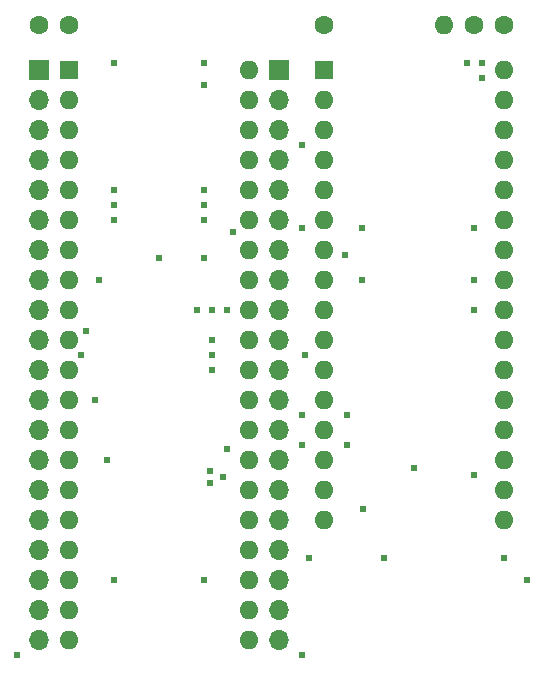
<source format=gts>
G04 #@! TF.GenerationSoftware,KiCad,Pcbnew,7.0.2-0*
G04 #@! TF.CreationDate,2023-04-20T01:12:48+09:00*
G04 #@! TF.ProjectId,MEZ6809RAMI,4d455a36-3830-4395-9241-4d492e6b6963,A*
G04 #@! TF.SameCoordinates,PX5f5e100PY8f0d180*
G04 #@! TF.FileFunction,Soldermask,Top*
G04 #@! TF.FilePolarity,Negative*
%FSLAX46Y46*%
G04 Gerber Fmt 4.6, Leading zero omitted, Abs format (unit mm)*
G04 Created by KiCad (PCBNEW 7.0.2-0) date 2023-04-20 01:12:48*
%MOMM*%
%LPD*%
G01*
G04 APERTURE LIST*
%ADD10C,1.600000*%
%ADD11R,1.600000X1.600000*%
%ADD12O,1.600000X1.600000*%
%ADD13R,1.700000X1.700000*%
%ADD14O,1.700000X1.700000*%
%ADD15C,0.605000*%
G04 APERTURE END LIST*
D10*
X6332500Y55245000D03*
X3832500Y55245000D03*
D11*
X6347500Y51435000D03*
D12*
X6347500Y48895000D03*
X6347500Y46355000D03*
X6347500Y43815000D03*
X6347500Y41275000D03*
X6347500Y38735000D03*
X6347500Y36195000D03*
X6347500Y33655000D03*
X6347500Y31115000D03*
X6347500Y28575000D03*
X6347500Y26035000D03*
X6347500Y23495000D03*
X6347500Y20955000D03*
X6347500Y18415000D03*
X6347500Y15875000D03*
X6347500Y13335000D03*
X6347500Y10795000D03*
X6347500Y8255000D03*
X6347500Y5715000D03*
X6347500Y3175000D03*
X21587500Y3175000D03*
X21587500Y5715000D03*
X21587500Y8255000D03*
X21587500Y10795000D03*
X21587500Y13335000D03*
X21587500Y15875000D03*
X21587500Y18415000D03*
X21587500Y20955000D03*
X21587500Y23495000D03*
X21587500Y26035000D03*
X21587500Y28575000D03*
X21587500Y31115000D03*
X21587500Y33655000D03*
X21587500Y36195000D03*
X21587500Y38735000D03*
X21587500Y41275000D03*
X21587500Y43815000D03*
X21587500Y46355000D03*
X21587500Y48895000D03*
X21587500Y51435000D03*
D10*
X27940000Y55245000D03*
D12*
X38100000Y55245000D03*
D10*
X40662500Y55245000D03*
X43162500Y55245000D03*
D11*
X27937500Y51440000D03*
D12*
X27937500Y48900000D03*
X27937500Y46360000D03*
X27937500Y43820000D03*
X27937500Y41280000D03*
X27937500Y38740000D03*
X27937500Y36200000D03*
X27937500Y33660000D03*
X27937500Y31120000D03*
X27937500Y28580000D03*
X27937500Y26040000D03*
X27937500Y23500000D03*
X27937500Y20960000D03*
X27937500Y18420000D03*
X27937500Y15880000D03*
X27937500Y13340000D03*
X43177500Y13340000D03*
X43177500Y15880000D03*
X43177500Y18420000D03*
X43177500Y20960000D03*
X43177500Y23500000D03*
X43177500Y26040000D03*
X43177500Y28580000D03*
X43177500Y31120000D03*
X43177500Y33660000D03*
X43177500Y36200000D03*
X43177500Y38740000D03*
X43177500Y41280000D03*
X43177500Y43820000D03*
X43177500Y46360000D03*
X43177500Y48900000D03*
X43177500Y51440000D03*
D13*
X24132500Y51440000D03*
D14*
X24132500Y48900000D03*
X24132500Y46360000D03*
X24132500Y43820000D03*
X24132500Y41280000D03*
X24132500Y38740000D03*
X24132500Y36200000D03*
X24132500Y33660000D03*
X24132500Y31120000D03*
X24132500Y28580000D03*
X24132500Y26040000D03*
X24132500Y23500000D03*
X24132500Y20960000D03*
X24132500Y18420000D03*
X24132500Y15880000D03*
X24132500Y13340000D03*
X24132500Y10800000D03*
X24132500Y8260000D03*
X24132500Y5720000D03*
X24132500Y3180000D03*
D13*
X3812500Y51440000D03*
D14*
X3812500Y48900000D03*
X3812500Y46360000D03*
X3812500Y43820000D03*
X3812500Y41280000D03*
X3812500Y38740000D03*
X3812500Y36200000D03*
X3812500Y33660000D03*
X3812500Y31120000D03*
X3812500Y28580000D03*
X3812500Y26040000D03*
X3812500Y23500000D03*
X3812500Y20960000D03*
X3812500Y18420000D03*
X3812500Y15880000D03*
X3812500Y13340000D03*
X3812500Y10800000D03*
X3812500Y8260000D03*
X3812500Y5720000D03*
X3812500Y3180000D03*
D15*
X29845000Y22225000D03*
X18415000Y28575000D03*
X40640000Y31115000D03*
X9525000Y18415000D03*
X17780000Y41275000D03*
X41275000Y50800000D03*
X26289000Y27305000D03*
X17780000Y8255000D03*
X26035000Y22225000D03*
X10160000Y52070000D03*
X17780000Y52070000D03*
X43180000Y10160000D03*
X18415000Y31115000D03*
X18415000Y26035000D03*
X18415000Y27305000D03*
X17780000Y38735000D03*
X17780000Y35560000D03*
X26670000Y10160000D03*
X26035000Y45085000D03*
X10160000Y40005000D03*
X40640000Y33655000D03*
X1905000Y1905000D03*
X10160000Y8255000D03*
X10160000Y38735000D03*
X45085000Y8255000D03*
X26035000Y1905000D03*
X17780000Y40005000D03*
X40640000Y17145000D03*
X13970000Y35560000D03*
X40005000Y52070000D03*
X8890000Y33655000D03*
X41275000Y52070000D03*
X19685000Y31115000D03*
X26038000Y19688000D03*
X26035000Y38100000D03*
X17767500Y50152500D03*
X31115000Y33655000D03*
X33020000Y10160000D03*
X29845000Y19685000D03*
X17145000Y31115000D03*
X10160000Y41275000D03*
X31115000Y38119400D03*
X40640000Y38100000D03*
X7813400Y29330100D03*
X19710059Y19417559D03*
X18265400Y17548600D03*
X19418700Y17018000D03*
X29718000Y35814000D03*
X35560000Y17780000D03*
X20193000Y37718500D03*
X8516300Y23495000D03*
X7380459Y27305000D03*
X18288000Y16487400D03*
X31242000Y14305300D03*
M02*

</source>
